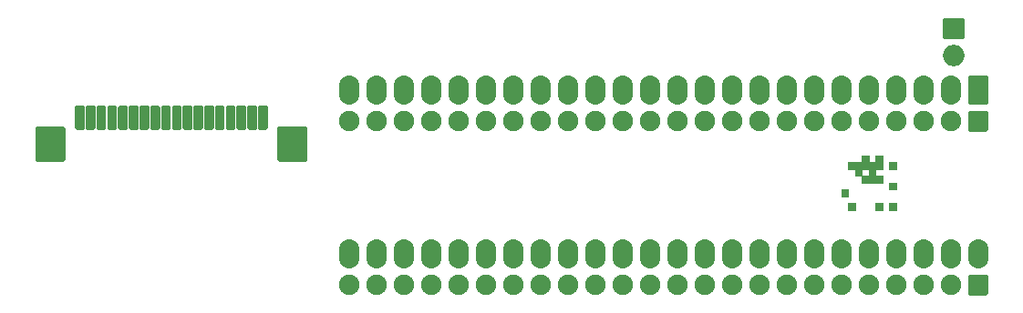
<source format=gbr>
G04 #@! TF.GenerationSoftware,KiCad,Pcbnew,(5.1.12)-1*
G04 #@! TF.CreationDate,2022-01-29T13:41:42+00:00*
G04 #@! TF.ProjectId,RGBtoHDMI CDTV v2 - Denise Breakout,52474274-6f48-4444-9d49-204344545620,v2*
G04 #@! TF.SameCoordinates,Original*
G04 #@! TF.FileFunction,Soldermask,Top*
G04 #@! TF.FilePolarity,Negative*
%FSLAX46Y46*%
G04 Gerber Fmt 4.6, Leading zero omitted, Abs format (unit mm)*
G04 Created by KiCad (PCBNEW (5.1.12)-1) date 2022-01-29 13:41:42*
%MOMM*%
%LPD*%
G01*
G04 APERTURE LIST*
%ADD10C,0.100000*%
%ADD11O,1.900000X1.900000*%
%ADD12O,1.900000X2.700000*%
%ADD13O,2.000000X2.000000*%
G04 APERTURE END LIST*
D10*
G36*
X154305000Y-79756000D02*
G01*
X153670000Y-79756000D01*
X153670000Y-79121000D01*
X154305000Y-79121000D01*
X154305000Y-79756000D01*
G37*
X154305000Y-79756000D02*
X153670000Y-79756000D01*
X153670000Y-79121000D01*
X154305000Y-79121000D01*
X154305000Y-79756000D01*
G36*
X153035000Y-81661000D02*
G01*
X152400000Y-81661000D01*
X152400000Y-81026000D01*
X153035000Y-81026000D01*
X153035000Y-81661000D01*
G37*
X153035000Y-81661000D02*
X152400000Y-81661000D01*
X152400000Y-81026000D01*
X153035000Y-81026000D01*
X153035000Y-81661000D01*
G36*
X150495000Y-81661000D02*
G01*
X149860000Y-81661000D01*
X149860000Y-81026000D01*
X150495000Y-81026000D01*
X150495000Y-81661000D01*
G37*
X150495000Y-81661000D02*
X149860000Y-81661000D01*
X149860000Y-81026000D01*
X150495000Y-81026000D01*
X150495000Y-81661000D01*
G36*
X149860000Y-80391000D02*
G01*
X149225000Y-80391000D01*
X149225000Y-79756000D01*
X149860000Y-79756000D01*
X149860000Y-80391000D01*
G37*
X149860000Y-80391000D02*
X149225000Y-80391000D01*
X149225000Y-79756000D01*
X149860000Y-79756000D01*
X149860000Y-80391000D01*
G36*
X150495000Y-77851000D02*
G01*
X149860000Y-77851000D01*
X149860000Y-77216000D01*
X150495000Y-77216000D01*
X150495000Y-77851000D01*
G37*
X150495000Y-77851000D02*
X149860000Y-77851000D01*
X149860000Y-77216000D01*
X150495000Y-77216000D01*
X150495000Y-77851000D01*
G36*
X151130000Y-77851000D02*
G01*
X150495000Y-77851000D01*
X150495000Y-77216000D01*
X151130000Y-77216000D01*
X151130000Y-77851000D01*
G37*
X151130000Y-77851000D02*
X150495000Y-77851000D01*
X150495000Y-77216000D01*
X151130000Y-77216000D01*
X151130000Y-77851000D01*
G36*
X151765000Y-77216000D02*
G01*
X151130000Y-77216000D01*
X151130000Y-76581000D01*
X151765000Y-76581000D01*
X151765000Y-77216000D01*
G37*
X151765000Y-77216000D02*
X151130000Y-77216000D01*
X151130000Y-76581000D01*
X151765000Y-76581000D01*
X151765000Y-77216000D01*
G36*
X151765000Y-77851000D02*
G01*
X151130000Y-77851000D01*
X151130000Y-77216000D01*
X151765000Y-77216000D01*
X151765000Y-77851000D01*
G37*
X151765000Y-77851000D02*
X151130000Y-77851000D01*
X151130000Y-77216000D01*
X151765000Y-77216000D01*
X151765000Y-77851000D01*
G36*
X152400000Y-77851000D02*
G01*
X151765000Y-77851000D01*
X151765000Y-77216000D01*
X152400000Y-77216000D01*
X152400000Y-77851000D01*
G37*
X152400000Y-77851000D02*
X151765000Y-77851000D01*
X151765000Y-77216000D01*
X152400000Y-77216000D01*
X152400000Y-77851000D01*
G36*
X153035000Y-77851000D02*
G01*
X152400000Y-77851000D01*
X152400000Y-77216000D01*
X153035000Y-77216000D01*
X153035000Y-77851000D01*
G37*
X153035000Y-77851000D02*
X152400000Y-77851000D01*
X152400000Y-77216000D01*
X153035000Y-77216000D01*
X153035000Y-77851000D01*
G36*
X153035000Y-77216000D02*
G01*
X152400000Y-77216000D01*
X152400000Y-76581000D01*
X153035000Y-76581000D01*
X153035000Y-77216000D01*
G37*
X153035000Y-77216000D02*
X152400000Y-77216000D01*
X152400000Y-76581000D01*
X153035000Y-76581000D01*
X153035000Y-77216000D01*
G36*
X154305000Y-81661000D02*
G01*
X153670000Y-81661000D01*
X153670000Y-81026000D01*
X154305000Y-81026000D01*
X154305000Y-81661000D01*
G37*
X154305000Y-81661000D02*
X153670000Y-81661000D01*
X153670000Y-81026000D01*
X154305000Y-81026000D01*
X154305000Y-81661000D01*
G36*
X154305000Y-77851000D02*
G01*
X153670000Y-77851000D01*
X153670000Y-77216000D01*
X154305000Y-77216000D01*
X154305000Y-77851000D01*
G37*
X154305000Y-77851000D02*
X153670000Y-77851000D01*
X153670000Y-77216000D01*
X154305000Y-77216000D01*
X154305000Y-77851000D01*
G36*
X151130000Y-78486000D02*
G01*
X150495000Y-78486000D01*
X150495000Y-77851000D01*
X151130000Y-77851000D01*
X151130000Y-78486000D01*
G37*
X151130000Y-78486000D02*
X150495000Y-78486000D01*
X150495000Y-77851000D01*
X151130000Y-77851000D01*
X151130000Y-78486000D01*
G36*
X151765000Y-79121000D02*
G01*
X151130000Y-79121000D01*
X151130000Y-78486000D01*
X151765000Y-78486000D01*
X151765000Y-79121000D01*
G37*
X151765000Y-79121000D02*
X151130000Y-79121000D01*
X151130000Y-78486000D01*
X151765000Y-78486000D01*
X151765000Y-79121000D01*
G36*
X153035000Y-79121000D02*
G01*
X152400000Y-79121000D01*
X152400000Y-78486000D01*
X153035000Y-78486000D01*
X153035000Y-79121000D01*
G37*
X153035000Y-79121000D02*
X152400000Y-79121000D01*
X152400000Y-78486000D01*
X153035000Y-78486000D01*
X153035000Y-79121000D01*
G36*
X152400000Y-79121000D02*
G01*
X151765000Y-79121000D01*
X151765000Y-78486000D01*
X152400000Y-78486000D01*
X152400000Y-79121000D01*
G37*
X152400000Y-79121000D02*
X151765000Y-79121000D01*
X151765000Y-78486000D01*
X152400000Y-78486000D01*
X152400000Y-79121000D01*
G36*
X152400000Y-78486000D02*
G01*
X151765000Y-78486000D01*
X151765000Y-77851000D01*
X152400000Y-77851000D01*
X152400000Y-78486000D01*
G37*
X152400000Y-78486000D02*
X151765000Y-78486000D01*
X151765000Y-77851000D01*
X152400000Y-77851000D01*
X152400000Y-78486000D01*
D11*
X103505000Y-88646000D03*
X106045000Y-88646000D03*
X108585000Y-88646000D03*
X111125000Y-88646000D03*
X113665000Y-88646000D03*
X116205000Y-88646000D03*
X118745000Y-88646000D03*
X121285000Y-88646000D03*
X123825000Y-88646000D03*
X126365000Y-88646000D03*
X128905000Y-88646000D03*
X131445000Y-88646000D03*
X133985000Y-88646000D03*
X136525000Y-88646000D03*
X139065000Y-88646000D03*
X141605000Y-88646000D03*
X144145000Y-88646000D03*
X146685000Y-88646000D03*
X149225000Y-88646000D03*
X151765000Y-88646000D03*
X154305000Y-88646000D03*
X156845000Y-88646000D03*
X159385000Y-88646000D03*
G36*
G01*
X162725000Y-89596000D02*
X161125000Y-89596000D01*
G75*
G02*
X160975000Y-89446000I0J150000D01*
G01*
X160975000Y-87846000D01*
G75*
G02*
X161125000Y-87696000I150000J0D01*
G01*
X162725000Y-87696000D01*
G75*
G02*
X162875000Y-87846000I0J-150000D01*
G01*
X162875000Y-89446000D01*
G75*
G02*
X162725000Y-89596000I-150000J0D01*
G01*
G37*
X103505000Y-73406000D03*
X106045000Y-73406000D03*
X108585000Y-73406000D03*
X111125000Y-73406000D03*
X113665000Y-73406000D03*
X116205000Y-73406000D03*
X118745000Y-73406000D03*
X121285000Y-73406000D03*
X123825000Y-73406000D03*
X126365000Y-73406000D03*
X128905000Y-73406000D03*
X131445000Y-73406000D03*
X133985000Y-73406000D03*
X136525000Y-73406000D03*
X139065000Y-73406000D03*
X141605000Y-73406000D03*
X144145000Y-73406000D03*
X146685000Y-73406000D03*
X149225000Y-73406000D03*
X151765000Y-73406000D03*
X154305000Y-73406000D03*
X156845000Y-73406000D03*
X159385000Y-73406000D03*
G36*
G01*
X162725000Y-74356000D02*
X161125000Y-74356000D01*
G75*
G02*
X160975000Y-74206000I0J150000D01*
G01*
X160975000Y-72606000D01*
G75*
G02*
X161125000Y-72456000I150000J0D01*
G01*
X162725000Y-72456000D01*
G75*
G02*
X162875000Y-72606000I0J-150000D01*
G01*
X162875000Y-74206000D01*
G75*
G02*
X162725000Y-74356000I-150000J0D01*
G01*
G37*
D12*
X161925000Y-85725000D03*
X103505000Y-70485000D03*
X159385000Y-85725000D03*
X106045000Y-70485000D03*
X156845000Y-85725000D03*
X108585000Y-70485000D03*
X154305000Y-85725000D03*
X111125000Y-70485000D03*
X151765000Y-85725000D03*
X113665000Y-70485000D03*
X149225000Y-85725000D03*
X116205000Y-70485000D03*
X146685000Y-85725000D03*
X118745000Y-70485000D03*
X144145000Y-85725000D03*
X121285000Y-70485000D03*
X141605000Y-85725000D03*
X123825000Y-70485000D03*
X139065000Y-85725000D03*
X126365000Y-70485000D03*
X136525000Y-85725000D03*
X128905000Y-70485000D03*
X133985000Y-85725000D03*
X131445000Y-70485000D03*
X131445000Y-85725000D03*
X133985000Y-70485000D03*
X128905000Y-85725000D03*
X136525000Y-70485000D03*
X126365000Y-85725000D03*
X139065000Y-70485000D03*
X123825000Y-85725000D03*
X141605000Y-70485000D03*
X121285000Y-85725000D03*
X144145000Y-70485000D03*
X118745000Y-85725000D03*
X146685000Y-70485000D03*
X116205000Y-85725000D03*
X149225000Y-70485000D03*
X113665000Y-85725000D03*
X151765000Y-70485000D03*
X111125000Y-85725000D03*
X154305000Y-70485000D03*
X108585000Y-85725000D03*
X156845000Y-70485000D03*
X106045000Y-85725000D03*
X159385000Y-70485000D03*
X103505000Y-85725000D03*
G36*
G01*
X161125000Y-69135000D02*
X162725000Y-69135000D01*
G75*
G02*
X162875000Y-69285000I0J-150000D01*
G01*
X162875000Y-71685000D01*
G75*
G02*
X162725000Y-71835000I-150000J0D01*
G01*
X161125000Y-71835000D01*
G75*
G02*
X160975000Y-71685000I0J150000D01*
G01*
X160975000Y-69285000D01*
G75*
G02*
X161125000Y-69135000I150000J0D01*
G01*
G37*
D13*
X159639000Y-67310000D03*
G36*
G01*
X158639000Y-65620000D02*
X158639000Y-63920000D01*
G75*
G02*
X158789000Y-63770000I150000J0D01*
G01*
X160489000Y-63770000D01*
G75*
G02*
X160639000Y-63920000I0J-150000D01*
G01*
X160639000Y-65620000D01*
G75*
G02*
X160489000Y-65770000I-150000J0D01*
G01*
X158789000Y-65770000D01*
G75*
G02*
X158639000Y-65620000I0J150000D01*
G01*
G37*
G36*
G01*
X74345000Y-77020000D02*
X74345000Y-74020000D01*
G75*
G02*
X74495000Y-73870000I150000J0D01*
G01*
X76995000Y-73870000D01*
G75*
G02*
X77145000Y-74020000I0J-150000D01*
G01*
X77145000Y-77020000D01*
G75*
G02*
X76995000Y-77170000I-150000J0D01*
G01*
X74495000Y-77170000D01*
G75*
G02*
X74345000Y-77020000I0J150000D01*
G01*
G37*
G36*
G01*
X96845000Y-77020000D02*
X96845000Y-74020000D01*
G75*
G02*
X96995000Y-73870000I150000J0D01*
G01*
X99495000Y-73870000D01*
G75*
G02*
X99645000Y-74020000I0J-150000D01*
G01*
X99645000Y-77020000D01*
G75*
G02*
X99495000Y-77170000I-150000J0D01*
G01*
X96995000Y-77170000D01*
G75*
G02*
X96845000Y-77020000I0J150000D01*
G01*
G37*
G36*
G01*
X95045000Y-74070000D02*
X95045000Y-72070000D01*
G75*
G02*
X95195000Y-71920000I150000J0D01*
G01*
X95795000Y-71920000D01*
G75*
G02*
X95945000Y-72070000I0J-150000D01*
G01*
X95945000Y-74070000D01*
G75*
G02*
X95795000Y-74220000I-150000J0D01*
G01*
X95195000Y-74220000D01*
G75*
G02*
X95045000Y-74070000I0J150000D01*
G01*
G37*
G36*
G01*
X94045000Y-74070000D02*
X94045000Y-72070000D01*
G75*
G02*
X94195000Y-71920000I150000J0D01*
G01*
X94795000Y-71920000D01*
G75*
G02*
X94945000Y-72070000I0J-150000D01*
G01*
X94945000Y-74070000D01*
G75*
G02*
X94795000Y-74220000I-150000J0D01*
G01*
X94195000Y-74220000D01*
G75*
G02*
X94045000Y-74070000I0J150000D01*
G01*
G37*
G36*
G01*
X93045000Y-74070000D02*
X93045000Y-72070000D01*
G75*
G02*
X93195000Y-71920000I150000J0D01*
G01*
X93795000Y-71920000D01*
G75*
G02*
X93945000Y-72070000I0J-150000D01*
G01*
X93945000Y-74070000D01*
G75*
G02*
X93795000Y-74220000I-150000J0D01*
G01*
X93195000Y-74220000D01*
G75*
G02*
X93045000Y-74070000I0J150000D01*
G01*
G37*
G36*
G01*
X92045000Y-74070000D02*
X92045000Y-72070000D01*
G75*
G02*
X92195000Y-71920000I150000J0D01*
G01*
X92795000Y-71920000D01*
G75*
G02*
X92945000Y-72070000I0J-150000D01*
G01*
X92945000Y-74070000D01*
G75*
G02*
X92795000Y-74220000I-150000J0D01*
G01*
X92195000Y-74220000D01*
G75*
G02*
X92045000Y-74070000I0J150000D01*
G01*
G37*
G36*
G01*
X91045000Y-74070000D02*
X91045000Y-72070000D01*
G75*
G02*
X91195000Y-71920000I150000J0D01*
G01*
X91795000Y-71920000D01*
G75*
G02*
X91945000Y-72070000I0J-150000D01*
G01*
X91945000Y-74070000D01*
G75*
G02*
X91795000Y-74220000I-150000J0D01*
G01*
X91195000Y-74220000D01*
G75*
G02*
X91045000Y-74070000I0J150000D01*
G01*
G37*
G36*
G01*
X90045000Y-74070000D02*
X90045000Y-72070000D01*
G75*
G02*
X90195000Y-71920000I150000J0D01*
G01*
X90795000Y-71920000D01*
G75*
G02*
X90945000Y-72070000I0J-150000D01*
G01*
X90945000Y-74070000D01*
G75*
G02*
X90795000Y-74220000I-150000J0D01*
G01*
X90195000Y-74220000D01*
G75*
G02*
X90045000Y-74070000I0J150000D01*
G01*
G37*
G36*
G01*
X89045000Y-74070000D02*
X89045000Y-72070000D01*
G75*
G02*
X89195000Y-71920000I150000J0D01*
G01*
X89795000Y-71920000D01*
G75*
G02*
X89945000Y-72070000I0J-150000D01*
G01*
X89945000Y-74070000D01*
G75*
G02*
X89795000Y-74220000I-150000J0D01*
G01*
X89195000Y-74220000D01*
G75*
G02*
X89045000Y-74070000I0J150000D01*
G01*
G37*
G36*
G01*
X88045000Y-74070000D02*
X88045000Y-72070000D01*
G75*
G02*
X88195000Y-71920000I150000J0D01*
G01*
X88795000Y-71920000D01*
G75*
G02*
X88945000Y-72070000I0J-150000D01*
G01*
X88945000Y-74070000D01*
G75*
G02*
X88795000Y-74220000I-150000J0D01*
G01*
X88195000Y-74220000D01*
G75*
G02*
X88045000Y-74070000I0J150000D01*
G01*
G37*
G36*
G01*
X87045000Y-74070000D02*
X87045000Y-72070000D01*
G75*
G02*
X87195000Y-71920000I150000J0D01*
G01*
X87795000Y-71920000D01*
G75*
G02*
X87945000Y-72070000I0J-150000D01*
G01*
X87945000Y-74070000D01*
G75*
G02*
X87795000Y-74220000I-150000J0D01*
G01*
X87195000Y-74220000D01*
G75*
G02*
X87045000Y-74070000I0J150000D01*
G01*
G37*
G36*
G01*
X86045000Y-74070000D02*
X86045000Y-72070000D01*
G75*
G02*
X86195000Y-71920000I150000J0D01*
G01*
X86795000Y-71920000D01*
G75*
G02*
X86945000Y-72070000I0J-150000D01*
G01*
X86945000Y-74070000D01*
G75*
G02*
X86795000Y-74220000I-150000J0D01*
G01*
X86195000Y-74220000D01*
G75*
G02*
X86045000Y-74070000I0J150000D01*
G01*
G37*
G36*
G01*
X85045000Y-74070000D02*
X85045000Y-72070000D01*
G75*
G02*
X85195000Y-71920000I150000J0D01*
G01*
X85795000Y-71920000D01*
G75*
G02*
X85945000Y-72070000I0J-150000D01*
G01*
X85945000Y-74070000D01*
G75*
G02*
X85795000Y-74220000I-150000J0D01*
G01*
X85195000Y-74220000D01*
G75*
G02*
X85045000Y-74070000I0J150000D01*
G01*
G37*
G36*
G01*
X84045000Y-74070000D02*
X84045000Y-72070000D01*
G75*
G02*
X84195000Y-71920000I150000J0D01*
G01*
X84795000Y-71920000D01*
G75*
G02*
X84945000Y-72070000I0J-150000D01*
G01*
X84945000Y-74070000D01*
G75*
G02*
X84795000Y-74220000I-150000J0D01*
G01*
X84195000Y-74220000D01*
G75*
G02*
X84045000Y-74070000I0J150000D01*
G01*
G37*
G36*
G01*
X83045000Y-74070000D02*
X83045000Y-72070000D01*
G75*
G02*
X83195000Y-71920000I150000J0D01*
G01*
X83795000Y-71920000D01*
G75*
G02*
X83945000Y-72070000I0J-150000D01*
G01*
X83945000Y-74070000D01*
G75*
G02*
X83795000Y-74220000I-150000J0D01*
G01*
X83195000Y-74220000D01*
G75*
G02*
X83045000Y-74070000I0J150000D01*
G01*
G37*
G36*
G01*
X82045000Y-74070000D02*
X82045000Y-72070000D01*
G75*
G02*
X82195000Y-71920000I150000J0D01*
G01*
X82795000Y-71920000D01*
G75*
G02*
X82945000Y-72070000I0J-150000D01*
G01*
X82945000Y-74070000D01*
G75*
G02*
X82795000Y-74220000I-150000J0D01*
G01*
X82195000Y-74220000D01*
G75*
G02*
X82045000Y-74070000I0J150000D01*
G01*
G37*
G36*
G01*
X81045000Y-74070000D02*
X81045000Y-72070000D01*
G75*
G02*
X81195000Y-71920000I150000J0D01*
G01*
X81795000Y-71920000D01*
G75*
G02*
X81945000Y-72070000I0J-150000D01*
G01*
X81945000Y-74070000D01*
G75*
G02*
X81795000Y-74220000I-150000J0D01*
G01*
X81195000Y-74220000D01*
G75*
G02*
X81045000Y-74070000I0J150000D01*
G01*
G37*
G36*
G01*
X80045000Y-74070000D02*
X80045000Y-72070000D01*
G75*
G02*
X80195000Y-71920000I150000J0D01*
G01*
X80795000Y-71920000D01*
G75*
G02*
X80945000Y-72070000I0J-150000D01*
G01*
X80945000Y-74070000D01*
G75*
G02*
X80795000Y-74220000I-150000J0D01*
G01*
X80195000Y-74220000D01*
G75*
G02*
X80045000Y-74070000I0J150000D01*
G01*
G37*
G36*
G01*
X79045000Y-74070000D02*
X79045000Y-72070000D01*
G75*
G02*
X79195000Y-71920000I150000J0D01*
G01*
X79795000Y-71920000D01*
G75*
G02*
X79945000Y-72070000I0J-150000D01*
G01*
X79945000Y-74070000D01*
G75*
G02*
X79795000Y-74220000I-150000J0D01*
G01*
X79195000Y-74220000D01*
G75*
G02*
X79045000Y-74070000I0J150000D01*
G01*
G37*
G36*
G01*
X78045000Y-74070000D02*
X78045000Y-72070000D01*
G75*
G02*
X78195000Y-71920000I150000J0D01*
G01*
X78795000Y-71920000D01*
G75*
G02*
X78945000Y-72070000I0J-150000D01*
G01*
X78945000Y-74070000D01*
G75*
G02*
X78795000Y-74220000I-150000J0D01*
G01*
X78195000Y-74220000D01*
G75*
G02*
X78045000Y-74070000I0J150000D01*
G01*
G37*
M02*

</source>
